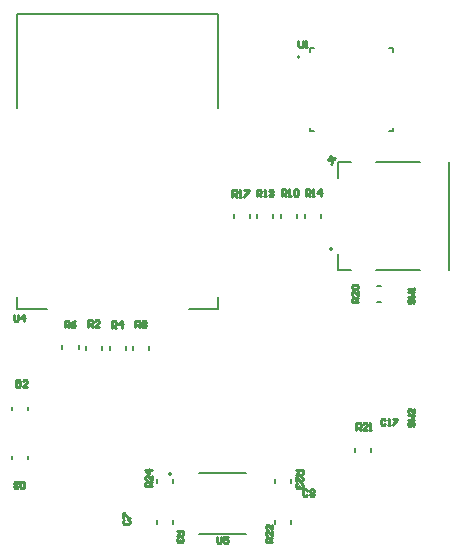
<source format=gto>
G04*
G04 #@! TF.GenerationSoftware,Altium Limited,Altium Designer,20.0.2 (26)*
G04*
G04 Layer_Color=65535*
%FSLAX25Y25*%
%MOIN*%
G70*
G01*
G75*
%ADD10C,0.00787*%
%ADD11C,0.00500*%
%ADD12C,0.01000*%
D10*
X275590Y435236D02*
G03*
X275590Y435236I-394J0D01*
G01*
X232795Y296339D02*
G03*
X232795Y296339I-394J0D01*
G01*
X182677Y293307D02*
G03*
X182677Y293307I-394J0D01*
G01*
Y326575D02*
G03*
X182677Y326575I-394J0D01*
G01*
X286457Y371260D02*
G03*
X286457Y371260I-394J0D01*
G01*
X248425Y418189D02*
Y449685D01*
X181496Y418189D02*
Y449685D01*
X248425Y351260D02*
Y355197D01*
X238583Y351260D02*
X248425D01*
X181496D02*
X191339D01*
X181496D02*
Y355197D01*
Y449685D02*
X248425D01*
D11*
X201890Y337913D02*
Y339252D01*
X196535Y337913D02*
Y339252D01*
X204409Y337697D02*
Y339035D01*
X209764Y337697D02*
Y339035D01*
X225512Y337520D02*
Y338858D01*
X220157Y337520D02*
Y338858D01*
X212283Y337697D02*
Y339035D01*
X217638Y337697D02*
Y339035D01*
X274724Y381614D02*
Y382953D01*
X269370Y381614D02*
Y382953D01*
X277244Y381614D02*
Y382953D01*
X282598Y381614D02*
Y382953D01*
X266850Y381614D02*
Y382953D01*
X261496Y381614D02*
Y382953D01*
X253622Y381614D02*
Y382953D01*
X258976Y381614D02*
Y382953D01*
X301476Y358976D02*
X302815D01*
X301476Y353622D02*
X302815D01*
X305532Y410630D02*
X306693D01*
X305532Y438189D02*
X306693D01*
X279134Y410630D02*
X280295D01*
X279134Y438189D02*
X280295D01*
X306693Y410630D02*
Y411791D01*
Y437028D02*
Y438189D01*
X279134Y410630D02*
Y411791D01*
Y437028D02*
Y438189D01*
X272756Y279724D02*
Y281063D01*
X267402Y279724D02*
Y281063D01*
Y293425D02*
Y294764D01*
X272756Y293425D02*
Y294764D01*
X228031Y293425D02*
Y294764D01*
X233386Y293425D02*
Y294764D01*
X242028Y296516D02*
X257776D01*
X242028Y276437D02*
X257776D01*
X228031Y279724D02*
Y281063D01*
X233386Y279724D02*
Y281063D01*
X184941Y301260D02*
Y302283D01*
X179626Y301260D02*
Y302283D01*
Y317598D02*
Y318622D01*
X184941Y317598D02*
Y318622D01*
X299528Y303661D02*
Y305000D01*
X294173Y303661D02*
Y305000D01*
X288386Y395000D02*
Y400394D01*
X292756D01*
X301102D02*
X315866D01*
X325236Y364173D02*
Y400394D01*
X301102Y364173D02*
X315866D01*
X288386D02*
X292756D01*
X288386D02*
Y369567D01*
D12*
X248031Y275393D02*
Y273589D01*
X248392Y273228D01*
X249114D01*
X249475Y273589D01*
Y275393D01*
X251639D02*
X250196D01*
Y274311D01*
X250918Y274672D01*
X251278D01*
X251639Y274311D01*
Y273589D01*
X251278Y273228D01*
X250557D01*
X250196Y273589D01*
X180315Y349409D02*
Y347605D01*
X180676Y347244D01*
X181397D01*
X181758Y347605D01*
Y349409D01*
X183562Y347244D02*
Y349409D01*
X182480Y348326D01*
X183923D01*
X275197Y440747D02*
Y438943D01*
X275558Y438583D01*
X276279D01*
X276640Y438943D01*
Y440747D01*
X277361Y438583D02*
X278083D01*
X277722D01*
Y440747D01*
X277361Y440386D01*
X311976Y313648D02*
X311615Y313287D01*
Y312565D01*
X311976Y312205D01*
X312336D01*
X312697Y312565D01*
Y313287D01*
X313058Y313648D01*
X313419D01*
X313779Y313287D01*
Y312565D01*
X313419Y312205D01*
X311615Y314369D02*
X313779D01*
X313058Y315091D01*
X313779Y315812D01*
X311615D01*
X313779Y317977D02*
Y316534D01*
X312336Y317977D01*
X311976D01*
X311615Y317616D01*
Y316895D01*
X311976Y316534D01*
Y354711D02*
X311615Y354350D01*
Y353628D01*
X311976Y353268D01*
X312336D01*
X312697Y353628D01*
Y354350D01*
X313058Y354711D01*
X313419D01*
X313779Y354350D01*
Y353628D01*
X313419Y353268D01*
X311615Y355432D02*
X313779D01*
X313058Y356154D01*
X313779Y356875D01*
X311615D01*
X313779Y357597D02*
Y358319D01*
Y357958D01*
X311615D01*
X311976Y357597D01*
X226378Y292126D02*
X224213D01*
Y293208D01*
X224574Y293569D01*
X225296D01*
X225656Y293208D01*
Y292126D01*
Y292847D02*
X226378Y293569D01*
Y295734D02*
Y294291D01*
X224935Y295734D01*
X224574D01*
X224213Y295373D01*
Y294651D01*
X224574Y294291D01*
X226378Y297538D02*
X224213D01*
X225296Y296455D01*
Y297898D01*
X274410Y297461D02*
X276574D01*
Y296378D01*
X276213Y296018D01*
X275492D01*
X275131Y296378D01*
Y297461D01*
Y296739D02*
X274410Y296018D01*
Y293853D02*
Y295296D01*
X275853Y293853D01*
X276213D01*
X276574Y294214D01*
Y294935D01*
X276213Y295296D01*
Y293131D02*
X276574Y292771D01*
Y292049D01*
X276213Y291688D01*
X275853D01*
X275492Y292049D01*
Y292410D01*
Y292049D01*
X275131Y291688D01*
X274770D01*
X274410Y292049D01*
Y292771D01*
X274770Y293131D01*
X266535Y273622D02*
X264371D01*
Y274704D01*
X264732Y275065D01*
X265453D01*
X265814Y274704D01*
Y273622D01*
Y274344D02*
X266535Y275065D01*
Y277230D02*
Y275787D01*
X265092Y277230D01*
X264732D01*
X264371Y276869D01*
Y276148D01*
X264732Y275787D01*
X266535Y279395D02*
Y277951D01*
X265092Y279395D01*
X264732D01*
X264371Y279034D01*
Y278312D01*
X264732Y277951D01*
X294488Y311024D02*
Y313188D01*
X295570D01*
X295931Y312827D01*
Y312106D01*
X295570Y311745D01*
X294488D01*
X295210D02*
X295931Y311024D01*
X298096D02*
X296653D01*
X298096Y312467D01*
Y312827D01*
X297735Y313188D01*
X297014D01*
X296653Y312827D01*
X298817Y311024D02*
X299539D01*
X299178D01*
Y313188D01*
X298817Y312827D01*
X295059Y353543D02*
X292894D01*
Y354626D01*
X293255Y354986D01*
X293977D01*
X294338Y354626D01*
Y353543D01*
Y354265D02*
X295059Y354986D01*
Y357151D02*
Y355708D01*
X293616Y357151D01*
X293255D01*
X292894Y356790D01*
Y356069D01*
X293255Y355708D01*
Y357873D02*
X292894Y358233D01*
Y358955D01*
X293255Y359316D01*
X294698D01*
X295059Y358955D01*
Y358233D01*
X294698Y357873D01*
X293255D01*
X253150Y388760D02*
Y390925D01*
X254232D01*
X254593Y390564D01*
Y389842D01*
X254232Y389481D01*
X253150D01*
X253871D02*
X254593Y388760D01*
X255314D02*
X256036D01*
X255675D01*
Y390925D01*
X255314Y390564D01*
X257118Y390925D02*
X258561D01*
Y390564D01*
X257118Y389121D01*
Y388760D01*
X277559Y388976D02*
Y391141D01*
X278641D01*
X279002Y390780D01*
Y390059D01*
X278641Y389698D01*
X277559D01*
X278281D02*
X279002Y388976D01*
X279724D02*
X280445D01*
X280084D01*
Y391141D01*
X279724Y390780D01*
X282610Y388976D02*
Y391141D01*
X281528Y390059D01*
X282971D01*
X261417Y388799D02*
Y390964D01*
X262500D01*
X262860Y390603D01*
Y389881D01*
X262500Y389521D01*
X261417D01*
X262139D02*
X262860Y388799D01*
X263582D02*
X264303D01*
X263943D01*
Y390964D01*
X263582Y390603D01*
X265386D02*
X265747Y390964D01*
X266468D01*
X266829Y390603D01*
Y390242D01*
X266468Y389881D01*
X266107D01*
X266468D01*
X266829Y389521D01*
Y389160D01*
X266468Y388799D01*
X265747D01*
X265386Y389160D01*
X269685Y388976D02*
Y391141D01*
X270767D01*
X271128Y390780D01*
Y390059D01*
X270767Y389698D01*
X269685D01*
X270407D02*
X271128Y388976D01*
X271850D02*
X272571D01*
X272211D01*
Y391141D01*
X271850Y390780D01*
X273654D02*
X274014Y391141D01*
X274736D01*
X275097Y390780D01*
Y389337D01*
X274736Y388976D01*
X274014D01*
X273654Y389337D01*
Y390780D01*
X220866Y345276D02*
Y347440D01*
X221949D01*
X222309Y347079D01*
Y346358D01*
X221949Y345997D01*
X220866D01*
X221588D02*
X222309Y345276D01*
X223031Y347079D02*
X223392Y347440D01*
X224113D01*
X224474Y347079D01*
Y346719D01*
X224113Y346358D01*
X224474Y345997D01*
Y345636D01*
X224113Y345276D01*
X223392D01*
X223031Y345636D01*
Y345997D01*
X223392Y346358D01*
X223031Y346719D01*
Y347079D01*
X223392Y346358D02*
X224113D01*
X197244Y345276D02*
Y347440D01*
X198326D01*
X198687Y347079D01*
Y346358D01*
X198326Y345997D01*
X197244D01*
X197966D02*
X198687Y345276D01*
X200852Y347440D02*
X200130Y347079D01*
X199409Y346358D01*
Y345636D01*
X199769Y345276D01*
X200491D01*
X200852Y345636D01*
Y345997D01*
X200491Y346358D01*
X199409D01*
X212992Y345059D02*
Y347224D01*
X214074D01*
X214435Y346863D01*
Y346141D01*
X214074Y345781D01*
X212992D01*
X213714D02*
X214435Y345059D01*
X216239D02*
Y347224D01*
X215157Y346141D01*
X216600D01*
X234646Y277165D02*
X236810D01*
Y276083D01*
X236450Y275722D01*
X235728D01*
X235367Y276083D01*
Y277165D01*
Y276444D02*
X234646Y275722D01*
X236450Y275001D02*
X236810Y274640D01*
Y273918D01*
X236450Y273558D01*
X236089D01*
X235728Y273918D01*
Y274279D01*
Y273918D01*
X235367Y273558D01*
X235006D01*
X234646Y273918D01*
Y274640D01*
X235006Y275001D01*
X205118Y345453D02*
Y347617D01*
X206200D01*
X206561Y347257D01*
Y346535D01*
X206200Y346174D01*
X205118D01*
X205840D02*
X206561Y345453D01*
X208726D02*
X207283D01*
X208726Y346896D01*
Y347257D01*
X208365Y347617D01*
X207644D01*
X207283Y347257D01*
X285231Y401491D02*
X284948Y400973D01*
X285090Y401232D01*
X286385Y400525D01*
X286503Y400125D01*
X286362Y399865D01*
X285961Y399748D01*
X287069Y401161D02*
X287351Y401679D01*
X287210Y401420D01*
X285655Y402268D01*
X285773Y401868D01*
X183858Y291536D02*
Y293701D01*
X182776D01*
X182415Y293340D01*
Y291897D01*
X182776Y291536D01*
X183858D01*
X181694Y291897D02*
X181333Y291536D01*
X180611D01*
X180251Y291897D01*
Y292258D01*
X180611Y292618D01*
X180972D01*
X180611D01*
X180251Y292979D01*
Y293340D01*
X180611Y293701D01*
X181333D01*
X181694Y293340D01*
X181102Y327558D02*
Y325394D01*
X182185D01*
X182545Y325754D01*
Y327198D01*
X182185Y327558D01*
X181102D01*
X184710Y325394D02*
X183267D01*
X184710Y326837D01*
Y327198D01*
X184349Y327558D01*
X183628D01*
X183267Y327198D01*
X304199Y314402D02*
X303838Y314763D01*
X303117D01*
X302756Y314402D01*
Y312959D01*
X303117Y312598D01*
X303838D01*
X304199Y312959D01*
X304921Y312598D02*
X305642D01*
X305281D01*
Y314763D01*
X304921Y314402D01*
X306724Y314763D02*
X308168D01*
Y314402D01*
X306724Y312959D01*
Y312598D01*
X278215Y290780D02*
X277854Y291141D01*
X277132D01*
X276772Y290780D01*
Y289337D01*
X277132Y288976D01*
X277854D01*
X278215Y289337D01*
X278936Y290780D02*
X279297Y291141D01*
X280019D01*
X280379Y290780D01*
Y290420D01*
X280019Y290059D01*
X280379Y289698D01*
Y289337D01*
X280019Y288976D01*
X279297D01*
X278936Y289337D01*
Y289698D01*
X279297Y290059D01*
X278936Y290420D01*
Y290780D01*
X279297Y290059D02*
X280019D01*
X217094Y280971D02*
X216733Y280610D01*
Y279888D01*
X217094Y279528D01*
X218537D01*
X218898Y279888D01*
Y280610D01*
X218537Y280971D01*
X216733Y281692D02*
Y283135D01*
X217094D01*
X218537Y281692D01*
X218898D01*
M02*

</source>
